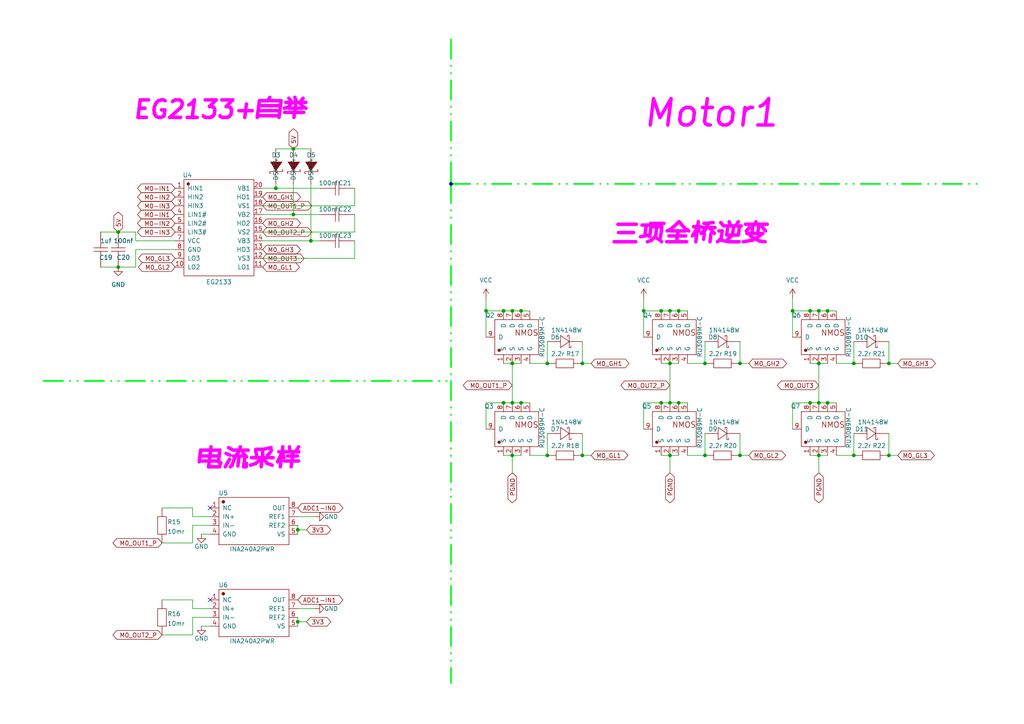
<source format=kicad_sch>
(kicad_sch (version 20250114) (generator "eeschema") (generator_version "9.0")
  (paper "A4")
  (title_block (title "Drive1") (date "2025-01-24") (rev "Dennis_Re_Yoonjiho"))
  (lib_symbols
    (symbol "Ts_Foc_Vo符号库:1N4148W" (pin_numbers (hide yes)) (pin_names (offset 1.016) (hide yes))
      (property "Reference" "D" (at -5.08 1.524 0))
      (property "Value" "1N4148W" (at 1.016 3.048 0))
      (symbol "1N4148W_1_1"
        (polyline (pts (xy -2.54 0) (xy -1.27 0)) (stroke (width 0.1524)))
        (polyline (pts (xy -1.27 -1.778) (xy 1.27 0) (xy -1.27 1.778) (xy -1.27 -1.778)) (stroke (width 0.1524)))
        (polyline (pts (xy 1.27 0) (xy 2.54 0)) (stroke (width 0.1524)))
        (polyline (pts (xy 1.778 -1.27) (xy 1.778 -1.778) (xy 1.27 -1.778) (xy 1.27 1.778) (xy 0.762 1.778) (xy 0.762 1.27)) (stroke (width 0.1524)))
        (pin input line (at -5.08 0 0) (length 2.54) (name "A") (number "1"))
        (pin input line (at 5.08 0 180) (length 2.54) (name "K") (number "2"))
      )
    )
    (symbol "Ts_Foc_Vo符号库:CAP" (pin_numbers (hide yes)) (pin_names (offset 1.016) (hide yes))
      (property "Reference" "C" (at -2.286 1.524 0))
      (property "Value" "Value" (at 3.81 1.524 0))
      (symbol "CAP_1_1"
        (polyline (pts (xy -0.508 0) (xy -2.54 0)) (stroke (width 0.1524)))
        (polyline (pts (xy -0.508 -2.032) (xy -0.508 2.032)) (stroke (width 0.1524)))
        (polyline (pts (xy 0.508 2.032) (xy 0.508 -2.032)) (stroke (width 0.1524)))
        (polyline (pts (xy 2.54 0) (xy 0.508 0)) (stroke (width 0.1524)))
        (pin input line (at -5.08 0 0) (length 2.54) (name "1") (number "1"))
        (pin input line (at 5.08 0 180) (length 2.54) (name "2") (number "2"))
      )
    )
    (symbol "Ts_Foc_Vo符号库:DSK34" (pin_numbers (hide yes)) (pin_names (offset 1.016) (hide yes))
      (property "Reference" "D" (at -4.064 1.778 0))
      (property "Value" "DSK34" (at 3.048 2.54 0))
      (symbol "DSK34_1_1"
        (polyline (pts (xy -2.032 1.524) (xy -2.032 1.778) (xy -1.524 1.778) (xy -1.524 -2.032) (xy -1.016 -2.032) (xy -1.016 -1.778)) (stroke (width 0.1524)))
        (polyline (pts (xy 1.27 1.524) (xy -1.27 0) (xy 1.27 -1.778) (xy 1.27 1.524)) (stroke (width 0.1524)) (fill (type outline)))
        (pin input line (at -5.08 0 0) (length 3.81) (name "K") (number "1"))
        (pin input line (at 5.08 0 180) (length 3.81) (name "A") (number "2"))
      )
    )
    (symbol "Ts_Foc_Vo符号库:EG2133" (pin_names (offset 1.016))
      (property "Reference" "U" (at -9.652 14.986 0))
      (property "Value" "EG2133" (at 1.524 15.494 0))
      (symbol "EG2133_1_1"
        (rectangle (start -10.16 13.97) (end 10.16 -13.97) (stroke (width 0.1524)))
        (circle (center -8.89 12.7) (radius 0.381) (stroke (width 0.1524)) (fill (type outline)))
        (pin input line (at -12.7 11.43 0) (length 2.54) (name "HIN1") (number "1"))
        (pin input line (at -12.7 8.89 0) (length 2.54) (name "HIN2") (number "2"))
        (pin input line (at -12.7 6.35 0) (length 2.54) (name "HIN3") (number "3"))
        (pin input line (at -12.7 3.81 0) (length 2.54) (name "LIN1#") (number "4"))
        (pin input line (at -12.7 1.27 0) (length 2.54) (name "LIN2#") (number "5"))
        (pin input line (at -12.7 -1.27 0) (length 2.54) (name "LIN3#") (number "6"))
        (pin input line (at -12.7 -3.81 0) (length 2.54) (name "VCC") (number "7"))
        (pin input line (at -12.7 -6.35 0) (length 2.54) (name "GND") (number "8"))
        (pin input line (at -12.7 -8.89 0) (length 2.54) (name "LO3") (number "9"))
        (pin input line (at -12.7 -11.43 0) (length 2.54) (name "LO2") (number "10"))
        (pin input line (at 12.7 11.43 180) (length 2.54) (name "VB1") (number "20"))
        (pin input line (at 12.7 8.89 180) (length 2.54) (name "HO1") (number "19"))
        (pin input line (at 12.7 6.35 180) (length 2.54) (name "VS1") (number "18"))
        (pin input line (at 12.7 3.81 180) (length 2.54) (name "VB2") (number "17"))
        (pin input line (at 12.7 1.27 180) (length 2.54) (name "HO2") (number "16"))
        (pin input line (at 12.7 -1.27 180) (length 2.54) (name "VS2") (number "15"))
        (pin input line (at 12.7 -3.81 180) (length 2.54) (name "VB3") (number "14"))
        (pin input line (at 12.7 -6.35 180) (length 2.54) (name "HO3") (number "13"))
        (pin input line (at 12.7 -8.89 180) (length 2.54) (name "VS3") (number "12"))
        (pin input line (at 12.7 -11.43 180) (length 2.54) (name "LO1") (number "11"))
      )
    )
    (symbol "Ts_Foc_Vo符号库:INA240A2PWR" (pin_names (offset 1.016))
      (property "Reference" "U" (at -9.906 8.128 0))
      (property "Value" "INA240A2PWR" (at 0.762 8.128 0))
      (symbol "INA240A2PWR_1_1"
        (rectangle (start -10.16 6.858) (end 10.16 -6.858) (stroke (width 0.1524)))
        (circle (center -8.89 5.588) (radius 0.381) (stroke (width 0.1524)) (fill (type outline)))
        (circle (center -8.89 5.588) (radius 0.381) (stroke (width 0.1524)) (fill (type outline)))
        (pin input line (at -12.7 3.81 0) (length 2.54) (name "NC") (number "1"))
        (pin input line (at -12.7 1.27 0) (length 2.54) (name "IN+") (number "2"))
        (pin input line (at -12.7 -1.27 0) (length 2.54) (name "IN-") (number "3"))
        (pin input line (at -12.7 -3.81 0) (length 2.54) (name "GND") (number "4"))
        (pin input line (at 12.7 3.81 180) (length 2.54) (name "OUT") (number "8"))
        (pin input line (at 12.7 1.27 180) (length 2.54) (name "REF1") (number "7"))
        (pin input line (at 12.7 -1.27 180) (length 2.54) (name "REF2") (number "6"))
        (pin input line (at 12.7 -3.81 180) (length 2.54) (name "VS") (number "5"))
      )
    )
    (symbol "Ts_Foc_Vo符号库:RES" (pin_numbers (hide yes)) (pin_names (offset 1.016) (hide yes))
      (property "Reference" "R" (at -2.286 2.032 0))
      (property "Value" "Value" (at 2.286 2.032 0))
      (symbol "RES_1_1"
        (rectangle (start -2.54 1.27) (end 2.54 -1.27) (stroke (width 0.1524)))
        (pin input line (at -5.08 0 0) (length 2.54) (name "1") (number "1"))
        (pin input line (at 5.08 0 180) (length 2.54) (name "2") (number "2"))
      )
    )
    (symbol "Ts_Foc_Vo符号库:RU3089M-C" (pin_names (offset 1.016))
      (property "Reference" "Q" (at -4.572 6.096 0))
      (property "Value" "RU3089M-C" (at 0.254 -8.89 0))
      (symbol "RU3089M-C_1_1"
        (rectangle (start -5.08 5.08) (end 5.08 -7.62) (stroke (width 0.1524)))
        (circle (center -3.81 3.81) (radius 0.381) (stroke (width 0.1524)) (fill (type outline)))
        (text "NMOS" (at 1.27 -7.62 900) (effects (font (size 1.6256 1.6256)) (justify left)))
        (pin input line (at -7.62 2.54 0) (length 2.54) (name "S") (number "1"))
        (pin input line (at -7.62 0 0) (length 2.54) (name "S") (number "2"))
        (pin input line (at -7.62 -2.54 0) (length 2.54) (name "S") (number "3"))
        (pin input line (at -7.62 -5.08 0) (length 2.54) (name "G") (number "4"))
        (pin input line (at 0 7.62 270) (length 2.54) (name "D") (number "9"))
        (pin input line (at 7.62 2.54 180) (length 2.54) (name "D") (number "8"))
        (pin input line (at 7.62 0 180) (length 2.54) (name "D") (number "7"))
        (pin input line (at 7.62 -2.54 180) (length 2.54) (name "D") (number "6"))
        (pin input line (at 7.62 -5.08 180) (length 2.54) (name "D") (number "5"))
      )
    )
    (symbol "power:GND" (power) (pin_numbers (hide yes)) (pin_names (offset 0) (hide yes))
      (property "Value" "GND" (at 0 -3.81 0))
      (symbol "GND_0_1"
        (polyline (pts (xy 0 0) (xy 0 -1.27) (xy 1.27 -1.27) (xy 0 -2.54) (xy -1.27 -1.27) (xy 0 -1.27)))
      )
      (symbol "GND_1_1"
        (pin power_in line (at 0 0 270) (length 0) (name "~") (number "1"))
      )
    )
    (symbol "power:VCC" (power) (pin_numbers (hide yes)) (pin_names (offset 0) (hide yes))
      (property "Value" "VCC" (at 0 3.556 0))
      (symbol "VCC_0_1"
        (polyline (pts (xy -0.762 1.27) (xy 0 2.54)))
        (polyline (pts (xy 0 2.54) (xy 0.762 1.27)))
        (polyline (pts (xy 0 0) (xy 0 2.54)))
      )
      (symbol "VCC_1_1"
        (pin power_in line (at 0 0 90) (length 0) (name "~") (number "1"))
      )
    )
  )
  (text "电流采样" (exclude_from_sim yes) (at 72.136 133.35 0) (effects (font (size 5.08 5.08) (thickness 1.016) (bold yes) (italic yes))))
  (text "Motor1\n" (exclude_from_sim yes) (at 206.248 33.02 0) (effects (font (size 7.62 7.62) (thickness 1.016) (bold yes) (italic yes))))
  (text "三项全桥逆变" (exclude_from_sim yes) (at 200.152 68.072 0) (effects (font (size 5.08 5.08) (thickness 1.016) (bold yes) (italic yes))))
  (text "EG2133+自举" (exclude_from_sim yes) (at 64.008 32.004 0) (effects (font (size 5.08 5.08) (thickness 1.016) (bold yes) (italic yes))))
  (junction (at 229.87 90.17))
  (junction (at 146.05 116.84))
  (junction (at 34.29 67.31))
  (junction (at 234.95 116.84))
  (junction (at 86.36 153.67))
  (junction (at 240.03 116.84))
  (junction (at 194.31 105.41))
  (junction (at 191.77 116.84))
  (junction (at 257.81 105.41))
  (junction (at 214.63 132.08))
  (junction (at 247.65 132.08))
  (junction (at 194.31 132.08))
  (junction (at 90.17 69.85))
  (junction (at 257.81 132.08))
  (junction (at 80.01 54.61))
  (junction (at 146.05 90.17))
  (junction (at 86.36 180.34))
  (junction (at 148.59 105.41))
  (junction (at 85.09 43.18))
  (junction (at 130.81 53.34))
  (junction (at 148.59 90.17))
  (junction (at 130.81 110.49) (diameter 0.127) (color 0 255 25 1))
  (junction (at 151.13 116.84))
  (junction (at 34.29 77.47))
  (junction (at 151.13 90.17))
  (junction (at 237.49 132.08))
  (junction (at 214.63 105.41))
  (junction (at 196.85 116.84))
  (junction (at 186.69 90.17))
  (junction (at 194.31 116.84))
  (junction (at 168.91 105.41))
  (junction (at 168.91 132.08))
  (junction (at 237.49 116.84))
  (junction (at 140.97 90.17))
  (junction (at 148.59 132.08))
  (junction (at 240.03 90.17))
  (junction (at 194.31 90.17))
  (junction (at 85.09 62.23))
  (junction (at 148.59 116.84))
  (junction (at 204.47 105.41))
  (junction (at 234.95 90.17))
  (junction (at 247.65 105.41))
  (junction (at 158.75 132.08))
  (junction (at 191.77 90.17))
  (junction (at 237.49 105.41))
  (junction (at 158.75 105.41))
  (junction (at 237.49 90.17))
  (junction (at 196.85 90.17))
  (junction (at 204.47 132.08))
  (no_connect (at 60.96 147.32))
  (no_connect (at 60.96 173.99))
  (wire (pts (xy 242.57 132.08) (xy 247.65 132.08)))
  (wire (pts (xy 80.01 54.61) (xy 92.71 54.61)))
  (wire (pts (xy 240.03 90.17) (xy 242.57 90.17)))
  (bus (pts (xy 130.81 110.49) (xy 130.81 198.12)) (stroke (width 0.508) (type dash_dot_dot) (color 0 255 25 1)))
  (wire (pts (xy 102.87 74.93) (xy 76.2 74.93)))
  (wire (pts (xy 60.96 149.86) (xy 55.88 149.86)))
  (wire (pts (xy 237.49 137.16) (xy 237.49 132.08)))
  (wire (pts (xy 102.87 67.31) (xy 76.2 67.31)))
  (wire (pts (xy 140.97 90.17) (xy 140.97 97.79)))
  (wire (pts (xy 229.87 90.17) (xy 229.87 97.79)))
  (wire (pts (xy 46.99 184.15) (xy 55.88 184.15)))
  (wire (pts (xy 168.91 125.73) (xy 168.91 132.08)))
  (wire (pts (xy 257.81 105.41) (xy 260.35 105.41)))
  (wire (pts (xy 158.75 125.73) (xy 158.75 132.08)))
  (wire (pts (xy 146.05 90.17) (xy 140.97 90.17)))
  (wire (pts (xy 90.17 69.85) (xy 92.71 69.85)))
  (wire (pts (xy 214.63 125.73) (xy 214.63 132.08)))
  (wire (pts (xy 237.49 116.84) (xy 240.03 116.84)))
  (wire (pts (xy 34.29 67.31) (xy 39.37 67.31)))
  (wire (pts (xy 146.05 105.41) (xy 148.59 105.41)))
  (wire (pts (xy 199.39 132.08) (xy 204.47 132.08)))
  (wire (pts (xy 186.69 124.46) (xy 186.69 116.84)))
  (wire (pts (xy 240.03 116.84) (xy 242.57 116.84)))
  (wire (pts (xy 76.2 69.85) (xy 90.17 69.85)))
  (wire (pts (xy 146.05 116.84) (xy 148.59 116.84)))
  (wire (pts (xy 146.05 132.08) (xy 148.59 132.08)))
  (wire (pts (xy 196.85 116.84) (xy 199.39 116.84)))
  (wire (pts (xy 194.31 116.84) (xy 196.85 116.84)))
  (wire (pts (xy 148.59 105.41) (xy 148.59 116.84)))
  (wire (pts (xy 234.95 116.84) (xy 237.49 116.84)))
  (wire (pts (xy 229.87 116.84) (xy 234.95 116.84)))
  (wire (pts (xy 247.65 99.06) (xy 247.65 105.41)))
  (wire (pts (xy 55.88 149.86) (xy 55.88 147.32)))
  (wire (pts (xy 148.59 116.84) (xy 151.13 116.84)))
  (wire (pts (xy 85.09 62.23) (xy 92.71 62.23)))
  (wire (pts (xy 194.31 132.08) (xy 196.85 132.08)))
  (wire (pts (xy 186.69 90.17) (xy 186.69 97.79)))
  (wire (pts (xy 86.36 179.07) (xy 86.36 180.34)))
  (wire (pts (xy 257.81 125.73) (xy 257.81 132.08)))
  (wire (pts (xy 80.01 53.34) (xy 80.01 54.61)))
  (wire (pts (xy 191.77 116.84) (xy 194.31 116.84)))
  (wire (pts (xy 148.59 90.17) (xy 151.13 90.17)))
  (bus (pts (xy 12.7 110.49) (xy 130.81 110.49)) (stroke (width 0.508) (type dash_dot_dot) (color 0 255 25 1)))
  (wire (pts (xy 60.96 176.53) (xy 55.88 176.53)))
  (wire (pts (xy 46.99 157.48) (xy 55.88 157.48)))
  (wire (pts (xy 91.44 176.53) (xy 86.36 176.53)))
  (wire (pts (xy 237.49 90.17) (xy 240.03 90.17)))
  (wire (pts (xy 85.09 43.18) (xy 90.17 43.18)))
  (wire (pts (xy 194.31 105.41) (xy 194.31 116.84)))
  (wire (pts (xy 148.59 105.41) (xy 151.13 105.41)))
  (wire (pts (xy 55.88 184.15) (xy 55.88 179.07)))
  (wire (pts (xy 39.37 72.39) (xy 39.37 77.47)))
  (bus (pts (xy 130.81 11.43) (xy 130.81 53.34)) (stroke (width 0.508) (type dash_dot_dot) (color 0 255 25 1)))
  (wire (pts (xy 191.77 90.17) (xy 194.31 90.17)))
  (wire (pts (xy 191.77 105.41) (xy 194.31 105.41)))
  (wire (pts (xy 76.2 62.23) (xy 85.09 62.23)))
  (wire (pts (xy 90.17 53.34) (xy 90.17 69.85)))
  (wire (pts (xy 199.39 105.41) (xy 204.47 105.41)))
  (wire (pts (xy 234.95 132.08) (xy 237.49 132.08)))
  (wire (pts (xy 214.63 132.08) (xy 217.17 132.08)))
  (wire (pts (xy 86.36 152.4) (xy 86.36 153.67)))
  (wire (pts (xy 158.75 99.06) (xy 158.75 105.41)))
  (wire (pts (xy 214.63 105.41) (xy 217.17 105.41)))
  (wire (pts (xy 39.37 67.31) (xy 39.37 69.85)))
  (wire (pts (xy 186.69 86.36) (xy 186.69 90.17)))
  (wire (pts (xy 55.88 152.4) (xy 60.96 152.4)))
  (wire (pts (xy 151.13 90.17) (xy 153.67 90.17)))
  (wire (pts (xy 194.31 137.16) (xy 194.31 132.08)))
  (wire (pts (xy 140.97 86.36) (xy 140.97 90.17)))
  (bus (pts (xy 130.81 53.34) (xy 130.81 110.49)) (stroke (width 0.508) (type dash_dot_dot) (color 0 255 25 1)))
  (wire (pts (xy 234.95 105.41) (xy 237.49 105.41)))
  (wire (pts (xy 29.21 77.47) (xy 34.29 77.47)))
  (wire (pts (xy 86.36 153.67) (xy 86.36 154.94)))
  (wire (pts (xy 76.2 54.61) (xy 80.01 54.61)))
  (wire (pts (xy 80.01 43.18) (xy 85.09 43.18)))
  (wire (pts (xy 194.31 90.17) (xy 196.85 90.17)))
  (bus (pts (xy 130.81 53.34) (xy 284.48 53.34)) (stroke (width 0.508) (type dash_dot_dot) (color 0 255 25 1)))
  (wire (pts (xy 186.69 116.84) (xy 191.77 116.84)))
  (wire (pts (xy 153.67 105.41) (xy 158.75 105.41)))
  (wire (pts (xy 196.85 90.17) (xy 199.39 90.17)))
  (wire (pts (xy 140.97 116.84) (xy 146.05 116.84)))
  (wire (pts (xy 247.65 125.73) (xy 247.65 132.08)))
  (wire (pts (xy 102.87 62.23) (xy 102.87 67.31)))
  (wire (pts (xy 168.91 132.08) (xy 171.45 132.08)))
  (wire (pts (xy 191.77 132.08) (xy 194.31 132.08)))
  (wire (pts (xy 214.63 99.06) (xy 214.63 105.41)))
  (wire (pts (xy 234.95 90.17) (xy 229.87 90.17)))
  (wire (pts (xy 102.87 59.69) (xy 76.2 59.69)))
  (wire (pts (xy 194.31 105.41) (xy 196.85 105.41)))
  (wire (pts (xy 140.97 124.46) (xy 140.97 116.84)))
  (wire (pts (xy 229.87 124.46) (xy 229.87 116.84)))
  (wire (pts (xy 91.44 149.86) (xy 86.36 149.86)))
  (wire (pts (xy 168.91 99.06) (xy 168.91 105.41)))
  (wire (pts (xy 229.87 86.36) (xy 229.87 90.17)))
  (wire (pts (xy 55.88 157.48) (xy 55.88 152.4)))
  (wire (pts (xy 39.37 77.47) (xy 34.29 77.47)))
  (wire (pts (xy 88.9 180.34) (xy 86.36 180.34)))
  (wire (pts (xy 55.88 176.53) (xy 55.88 173.99)))
  (wire (pts (xy 204.47 125.73) (xy 204.47 132.08)))
  (wire (pts (xy 86.36 180.34) (xy 86.36 181.61)))
  (wire (pts (xy 50.8 72.39) (xy 39.37 72.39)))
  (wire (pts (xy 146.05 90.17) (xy 148.59 90.17)))
  (wire (pts (xy 29.21 67.31) (xy 34.29 67.31)))
  (wire (pts (xy 102.87 54.61) (xy 102.87 59.69)))
  (wire (pts (xy 234.95 90.17) (xy 237.49 90.17)))
  (wire (pts (xy 242.57 105.41) (xy 247.65 105.41)))
  (wire (pts (xy 237.49 105.41) (xy 240.03 105.41)))
  (wire (pts (xy 237.49 105.41) (xy 237.49 116.84)))
  (wire (pts (xy 85.09 53.34) (xy 85.09 62.23)))
  (wire (pts (xy 55.88 147.32) (xy 46.99 147.32)))
  (wire (pts (xy 257.81 99.06) (xy 257.81 105.41)))
  (wire (pts (xy 148.59 137.16) (xy 148.59 132.08)))
  (wire (pts (xy 191.77 90.17) (xy 186.69 90.17)))
  (wire (pts (xy 151.13 116.84) (xy 153.67 116.84)))
  (wire (pts (xy 148.59 132.08) (xy 151.13 132.08)))
  (wire (pts (xy 55.88 179.07) (xy 60.96 179.07)))
  (wire (pts (xy 88.9 153.67) (xy 86.36 153.67)))
  (wire (pts (xy 168.91 105.41) (xy 171.45 105.41)))
  (wire (pts (xy 102.87 69.85) (xy 102.87 74.93)))
  (wire (pts (xy 58.42 181.61) (xy 60.96 181.61)))
  (wire (pts (xy 58.42 154.94) (xy 60.96 154.94)))
  (wire (pts (xy 204.47 99.06) (xy 204.47 105.41)))
  (wire (pts (xy 55.88 173.99) (xy 46.99 173.99)))
  (wire (pts (xy 39.37 69.85) (xy 50.8 69.85)))
  (wire (pts (xy 257.81 132.08) (xy 260.35 132.08)))
  (wire (pts (xy 237.49 132.08) (xy 240.03 132.08)))
  (wire (pts (xy 153.67 132.08) (xy 158.75 132.08)))
  (global_label "M0_GH3" (shape bidirectional) (at 260.35 105.41 0) (property "Intersheetrefs" "${INTERSHEET_REFS}" (effects (hide yes))))
  (global_label "M0_GH1" (shape bidirectional) (at 171.45 105.41 0) (property "Intersheetrefs" "${INTERSHEET_REFS}" (effects (hide yes))))
  (global_label "M0_OUT1_P" (shape bidirectional) (at 76.2 59.69 0) (property "Intersheetrefs" "${INTERSHEET_REFS}" (effects (hide yes))))
  (global_label "M0_OUT3" (shape bidirectional) (at 76.2 74.93 0) (property "Intersheetrefs" "${INTERSHEET_REFS}" (effects (hide yes))))
  (global_label "M0-IN3" (shape bidirectional) (at 50.8 67.31 180) (property "Intersheetrefs" "${INTERSHEET_REFS}" (effects (hide yes))))
  (global_label "M0_OUT1_P" (shape bidirectional) (at 46.99 157.48 180) (property "Intersheetrefs" "${INTERSHEET_REFS}" (effects (hide yes))))
  (global_label "5V" (shape bidirectional) (at 34.29 67.31 90) (property "Intersheetrefs" "${INTERSHEET_REFS}" (effects (hide yes))))
  (global_label "ADC1-IN0" (shape bidirectional) (at 86.36 147.32 0) (property "Intersheetrefs" "${INTERSHEET_REFS}" (effects (hide yes))))
  (global_label "M0_GL1" (shape bidirectional) (at 76.2 77.47 0) (property "Intersheetrefs" "${INTERSHEET_REFS}" (effects (hide yes))))
  (global_label "M0_GH3" (shape bidirectional) (at 76.2 72.39 0) (property "Intersheetrefs" "${INTERSHEET_REFS}" (effects (hide yes))))
  (global_label "M0_OUT2_P" (shape bidirectional) (at 194.31 111.76 180) (property "Intersheetrefs" "${INTERSHEET_REFS}" (effects (hide yes))))
  (global_label "3V3" (shape bidirectional) (at 88.9 153.67 0) (property "Intersheetrefs" "${INTERSHEET_REFS}" (effects (hide yes))))
  (global_label "M0_GL3" (shape bidirectional) (at 50.8 74.93 180) (property "Intersheetrefs" "${INTERSHEET_REFS}" (effects (hide yes))))
  (global_label "M0_GH2" (shape bidirectional) (at 217.17 105.41 0) (property "Intersheetrefs" "${INTERSHEET_REFS}" (effects (hide yes))))
  (global_label "ADC1-IN1" (shape bidirectional) (at 86.36 173.99 0) (property "Intersheetrefs" "${INTERSHEET_REFS}" (effects (hide yes))))
  (global_label "M0_GH1" (shape bidirectional) (at 76.2 57.15 0) (property "Intersheetrefs" "${INTERSHEET_REFS}" (effects (hide yes))))
  (global_label "PGND" (shape bidirectional) (at 237.49 137.16 270) (property "Intersheetrefs" "${INTERSHEET_REFS}" (effects (hide yes))))
  (global_label "M0-IN2" (shape bidirectional) (at 50.8 57.15 180) (property "Intersheetrefs" "${INTERSHEET_REFS}" (effects (hide yes))))
  (global_label "M0_GL3" (shape bidirectional) (at 260.35 132.08 0) (property "Intersheetrefs" "${INTERSHEET_REFS}" (effects (hide yes))))
  (global_label "M0_GH2" (shape bidirectional) (at 76.2 64.77 0) (property "Intersheetrefs" "${INTERSHEET_REFS}" (effects (hide yes))))
  (global_label "M0_OUT3" (shape bidirectional) (at 237.49 111.76 180) (property "Intersheetrefs" "${INTERSHEET_REFS}" (effects (hide yes))))
  (global_label "M0_OUT2_P" (shape bidirectional) (at 76.2 67.31 0) (property "Intersheetrefs" "${INTERSHEET_REFS}" (effects (hide yes))))
  (global_label "3V3" (shape bidirectional) (at 88.9 180.34 0) (property "Intersheetrefs" "${INTERSHEET_REFS}" (effects (hide yes))))
  (global_label "PGND" (shape bidirectional) (at 148.59 137.16 270) (property "Intersheetrefs" "${INTERSHEET_REFS}" (effects (hide yes))))
  (global_label "M0-IN2" (shape bidirectional) (at 50.8 64.77 180) (property "Intersheetrefs" "${INTERSHEET_REFS}" (effects (hide yes))))
  (global_label "M0-IN1" (shape bidirectional) (at 50.8 62.23 180) (property "Intersheetrefs" "${INTERSHEET_REFS}" (effects (hide yes))))
  (global_label "M0_GL1" (shape bidirectional) (at 171.45 132.08 0) (property "Intersheetrefs" "${INTERSHEET_REFS}" (effects (hide yes))))
  (global_label "M0-IN3" (shape bidirectional) (at 50.8 59.69 180) (property "Intersheetrefs" "${INTERSHEET_REFS}" (effects (hide yes))))
  (global_label "M0-IN1" (shape bidirectional) (at 50.8 54.61 180) (property "Intersheetrefs" "${INTERSHEET_REFS}" (effects (hide yes))))
  (global_label "M0_GL2" (shape bidirectional) (at 50.8 77.47 180) (property "Intersheetrefs" "${INTERSHEET_REFS}" (effects (hide yes))))
  (global_label "5V" (shape bidirectional) (at 85.09 43.18 90) (property "Intersheetrefs" "${INTERSHEET_REFS}" (effects (hide yes))))
  (global_label "M0_OUT2_P" (shape bidirectional) (at 46.99 184.15 180) (property "Intersheetrefs" "${INTERSHEET_REFS}" (effects (hide yes))))
  (global_label "PGND" (shape bidirectional) (at 194.31 137.16 270) (property "Intersheetrefs" "${INTERSHEET_REFS}" (effects (hide yes))))
  (global_label "M0_GL2" (shape bidirectional) (at 217.17 132.08 0) (property "Intersheetrefs" "${INTERSHEET_REFS}" (effects (hide yes))))
  (global_label "M0_OUT1_P" (shape bidirectional) (at 148.59 111.76 180) (property "Intersheetrefs" "${INTERSHEET_REFS}" (effects (hide yes))))
  (symbol (lib_id "Ts_Foc_Vo符号库:CAP") (at 97.79 69.85 180) (unit 1)
    (property "Reference" "C23" (at 100.076 68.326 0))
    (property "Value" "100nf" (at 95.25 68.326 0))
    (property "Footprint" "Ts_Foc_Vo封装库:CAP_0402" (effects (hide yes)))
    (property "Datasheet" "http://www.szlcsc.com/product/details_602003.html" (effects (hide yes)))
    (property "SuppliersPartNumber" "C575438" (effects (hide yes)))
    (property "uuid" "std:0b682b3549a44c2f91624e74dc370f45" (effects (hide yes)))
  )
  (symbol (lib_id "power:VCC") (at 186.69 86.36 0) (unit 1)
    (property "Reference" "#PWR024" (effects (hide yes)))
    (property "Value" "VCC" (at 186.69 81.28 0))
    (property "Description" "Power symbol creates a global label with name \"VCC\"" (effects (hide yes)))
  )
  (symbol (lib_id "Ts_Foc_Vo符号库:CAP") (at 34.29 72.39 90) (unit 1)
    (property "Reference" "C20" (at 35.814 74.676 90))
    (property "Value" "100nf" (at 35.814 69.85 90))
    (property "Footprint" "Ts_Foc_Vo封装库:CAP_0402" (effects (hide yes)))
    (property "Datasheet" "http://www.szlcsc.com/product/details_602003.html" (effects (hide yes)))
    (property "SuppliersPartNumber" "C575438" (effects (hide yes)))
    (property "uuid" "std:0b682b3549a44c2f91624e74dc370f45" (effects (hide yes)))
  )
  (symbol (lib_id "Ts_Foc_Vo符号库:RU3089M-C") (at 148.59 124.46 90) (unit 1)
    (property "Reference" "Q3" (at 140.462 117.856 90) (effects (justify right)))
    (property "Value" "RU3089M-C" (at 157.226 118.11 0) (effects (justify right)))
    (property "Footprint" "Ts_Foc_Vo封装库:RU3089M-C_PQFN-8" (effects (hide yes)))
    (property "Datasheet" "http://www.szlcsc.com/product/details_539374.html" (effects (hide yes)))
    (property "SuppliersPartNumber" "C521551" (effects (hide yes)))
    (property "uuid" "std:eaed6c6dee514a1b9b59ef9944d5e1b5" (effects (hide yes)))
  )
  (symbol (lib_id "Ts_Foc_Vo符号库:RES") (at 163.83 132.08 0) (unit 1)
    (property "Reference" "R18" (at 166.116 129.286 0))
    (property "Value" "2.2r" (at 161.798 129.286 0))
    (property "Footprint" "Ts_Foc_Vo封装库:Res_0402" (effects (hide yes)))
    (property "SuppliersPartNumber" "C5200633" (effects (hide yes)))
    (property "uuid" "std:0c78b8f437b74d4badbc2695159e48f2" (effects (hide yes)))
  )
  (symbol (lib_id "Ts_Foc_Vo符号库:1N4148W") (at 252.73 99.06 0) (unit 1)
    (property "Reference" "D10" (at 249.936 97.79 0))
    (property "Value" "1N4148W" (at 253.238 95.758 0))
    (property "Footprint" "Ts_Foc_Vo封装库:1N4148W_SOD-123" (effects (hide yes)))
    (property "SuppliersPartNumber" "C7420318" (effects (hide yes)))
    (property "uuid" "std:ec7a5fe3cdee49c4ba67c555fdedf9eb" (effects (hide yes)))
  )
  (symbol (lib_id "Ts_Foc_Vo符号库:RES") (at 46.99 179.07 90) (unit 1)
    (property "Reference" "R16" (at 48.514 178.054 90) (effects (justify right)))
    (property "Value" "10mr" (at 48.514 180.848 90) (effects (justify right)))
    (property "Footprint" "Ts_Foc_Vo封装库:Res_1206" (effects (hide yes)))
    (property "SuppliersPartNumber" "C5200633" (effects (hide yes)))
    (property "uuid" "std:0c78b8f437b74d4badbc2695159e48f2" (effects (hide yes)))
  )
  (symbol (lib_id "Ts_Foc_Vo符号库:RES") (at 46.99 152.4 90) (unit 1)
    (property "Reference" "R15" (at 48.514 151.384 90) (effects (justify right)))
    (property "Value" "10mr" (at 48.514 154.178 90) (effects (justify right)))
    (property "Footprint" "Ts_Foc_Vo封装库:Res_1206" (effects (hide yes)))
    (property "SuppliersPartNumber" "C5200633" (effects (hide yes)))
    (property "uuid" "std:0c78b8f437b74d4badbc2695159e48f2" (effects (hide yes)))
  )
  (symbol (lib_id "Ts_Foc_Vo符号库:RES") (at 209.55 132.08 0) (unit 1)
    (property "Reference" "R20" (at 211.836 129.286 0))
    (property "Value" "2.2r" (at 207.518 129.286 0))
    (property "Footprint" "Ts_Foc_Vo封装库:Res_0402" (effects (hide yes)))
    (property "SuppliersPartNumber" "C5200633" (effects (hide yes)))
    (property "uuid" "std:0c78b8f437b74d4badbc2695159e48f2" (effects (hide yes)))
  )
  (symbol (lib_id "power:GND") (at 58.42 154.94 0) (unit 1)
    (property "Reference" "#PWR020" (effects (hide yes)))
    (property "Value" "GND" (at 58.42 158.496 0))
    (property "Description" "Power symbol creates a global label with name \"GND\" , ground" (effects (hide yes)))
  )
  (symbol (lib_id "Ts_Foc_Vo符号库:1N4148W") (at 163.83 125.73 0) (unit 1)
    (property "Reference" "D7" (at 161.036 124.46 0))
    (property "Value" "1N4148W" (at 164.338 122.428 0))
    (property "Footprint" "Ts_Foc_Vo封装库:1N4148W_SOD-123" (effects (hide yes)))
    (property "SuppliersPartNumber" "C7420318" (effects (hide yes)))
    (property "uuid" "std:ec7a5fe3cdee49c4ba67c555fdedf9eb" (effects (hide yes)))
  )
  (symbol (lib_id "Ts_Foc_Vo符号库:RU3089M-C") (at 237.49 97.79 90) (unit 1)
    (property "Reference" "Q6" (at 229.616 91.44 90) (effects (justify right)))
    (property "Value" "RU3089M-C" (at 246.126 91.694 0) (effects (justify right)))
    (property "Footprint" "Ts_Foc_Vo封装库:RU3089M-C_PQFN-8" (effects (hide yes)))
    (property "Datasheet" "http://www.szlcsc.com/product/details_539374.html" (effects (hide yes)))
    (property "SuppliersPartNumber" "C521551" (effects (hide yes)))
    (property "uuid" "std:eaed6c6dee514a1b9b59ef9944d5e1b5" (effects (hide yes)))
  )
  (symbol (lib_id "Ts_Foc_Vo符号库:INA240A2PWR") (at 73.66 177.8 0) (unit 1)
    (property "Reference" "U6" (at 64.77 169.672 0))
    (property "Value" "INA240A2PWR" (at 73.152 185.928 0))
    (property "Footprint" "Ts_Foc_Vo封装库:INA240A2PWR_TSSOP-8" (effects (hide yes)))
    (property "Datasheet" "http://www.szlcsc.com/product/details_141236.html" (effects (hide yes)))
    (property "SuppliersPartNumber" "C129949" (effects (hide yes)))
    (property "uuid" "std:dbcaa12a6f174e2384008bee47427f39" (effects (hide yes)))
  )
  (symbol (lib_id "power:GND") (at 91.44 149.86 90) (unit 1)
    (property "Reference" "#PWR019" (effects (hide yes)))
    (property "Value" "GND" (at 93.98 149.86 90) (effects (justify right)))
    (property "Description" "Power symbol creates a global label with name \"GND\" , ground" (effects (hide yes)))
  )
  (symbol (lib_id "power:VCC") (at 229.87 86.36 0) (unit 1)
    (property "Reference" "#PWR025" (effects (hide yes)))
    (property "Value" "VCC" (at 229.87 81.28 0))
    (property "Description" "Power symbol creates a global label with name \"VCC\"" (effects (hide yes)))
  )
  (symbol (lib_id "Ts_Foc_Vo符号库:1N4148W") (at 209.55 99.06 0) (unit 1)
    (property "Reference" "D8" (at 206.756 97.79 0))
    (property "Value" "1N4148W" (at 210.058 95.758 0))
    (property "Footprint" "Ts_Foc_Vo封装库:1N4148W_SOD-123" (effects (hide yes)))
    (property "SuppliersPartNumber" "C7420318" (effects (hide yes)))
    (property "uuid" "std:ec7a5fe3cdee49c4ba67c555fdedf9eb" (effects (hide yes)))
  )
  (symbol (lib_id "Ts_Foc_Vo符号库:1N4148W") (at 209.55 125.73 0) (unit 1)
    (property "Reference" "D9" (at 206.756 124.46 0))
    (property "Value" "1N4148W" (at 210.058 122.428 0))
    (property "Footprint" "Ts_Foc_Vo封装库:1N4148W_SOD-123" (effects (hide yes)))
    (property "SuppliersPartNumber" "C7420318" (effects (hide yes)))
    (property "uuid" "std:ec7a5fe3cdee49c4ba67c555fdedf9eb" (effects (hide yes)))
  )
  (symbol (lib_id "Ts_Foc_Vo符号库:DSK34") (at 85.09 48.26 90) (unit 1)
    (property "Reference" "D4" (at 83.82 44.958 90) (effects (justify right)))
    (property "Value" "DSK34" (at 85.09 45.974 0) (effects (justify right)))
    (property "Footprint" "Ts_Foc_Vo封装库:DSK_34_SOD-123" (effects (hide yes)))
    (property "Datasheet" "http://www.szlcsc.com/product/details_42013.html" (effects (hide yes)))
    (property "SuppliersPartNumber" "C41029" (effects (hide yes)))
    (property "uuid" "std:903b54571892a6e30fa8884d00bf870c" (effects (hide yes)))
  )
  (symbol (lib_id "Ts_Foc_Vo符号库:1N4148W") (at 163.83 99.06 0) (unit 1)
    (property "Reference" "D6" (at 161.036 97.79 0))
    (property "Value" "1N4148W" (at 164.338 95.758 0))
    (property "Footprint" "Ts_Foc_Vo封装库:1N4148W_SOD-123" (effects (hide yes)))
    (property "SuppliersPartNumber" "C7420318" (effects (hide yes)))
    (property "uuid" "std:ec7a5fe3cdee49c4ba67c555fdedf9eb" (effects (hide yes)))
  )
  (symbol (lib_id "Ts_Foc_Vo符号库:CAP") (at 97.79 62.23 180) (unit 1)
    (property "Reference" "C22" (at 100.076 60.706 0))
    (property "Value" "100nf" (at 95.25 60.706 0))
    (property "Footprint" "Ts_Foc_Vo封装库:CAP_0402" (effects (hide yes)))
    (property "Datasheet" "http://www.szlcsc.com/product/details_602003.html" (effects (hide yes)))
    (property "SuppliersPartNumber" "C575438" (effects (hide yes)))
    (property "uuid" "std:0b682b3549a44c2f91624e74dc370f45" (effects (hide yes)))
  )
  (symbol (lib_id "power:GND") (at 91.44 176.53 90) (unit 1)
    (property "Reference" "#PWR022" (effects (hide yes)))
    (property "Value" "GND" (at 93.98 176.53 90) (effects (justify right)))
    (property "Description" "Power symbol creates a global label with name \"GND\" , ground" (effects (hide yes)))
  )
  (symbol (lib_id "Ts_Foc_Vo符号库:RES") (at 163.83 105.41 0) (unit 1)
    (property "Reference" "R17" (at 166.116 102.616 0))
    (property "Value" "2.2r" (at 161.798 102.616 0))
    (property "Footprint" "Ts_Foc_Vo封装库:Res_0402" (effects (hide yes)))
    (property "SuppliersPartNumber" "C5200633" (effects (hide yes)))
    (property "uuid" "std:0c78b8f437b74d4badbc2695159e48f2" (effects (hide yes)))
  )
  (symbol (lib_id "Ts_Foc_Vo符号库:1N4148W") (at 252.73 125.73 0) (unit 1)
    (property "Reference" "D11" (at 249.936 124.46 0))
    (property "Value" "1N4148W" (at 253.238 122.428 0))
    (property "Footprint" "Ts_Foc_Vo封装库:1N4148W_SOD-123" (effects (hide yes)))
    (property "SuppliersPartNumber" "C7420318" (effects (hide yes)))
    (property "uuid" "std:ec7a5fe3cdee49c4ba67c555fdedf9eb" (effects (hide yes)))
  )
  (symbol (lib_id "Ts_Foc_Vo符号库:RU3089M-C") (at 148.59 97.79 90) (unit 1)
    (property "Reference" "Q2" (at 140.716 91.44 90) (effects (justify right)))
    (property "Value" "RU3089M-C" (at 157.226 91.694 0) (effects (justify right)))
    (property "Footprint" "Ts_Foc_Vo封装库:RU3089M-C_PQFN-8" (effects (hide yes)))
    (property "Datasheet" "http://www.szlcsc.com/product/details_539374.html" (effects (hide yes)))
    (property "SuppliersPartNumber" "C521551" (effects (hide yes)))
    (property "uuid" "std:eaed6c6dee514a1b9b59ef9944d5e1b5" (effects (hide yes)))
  )
  (symbol (lib_id "Ts_Foc_Vo符号库:CAP") (at 97.79 54.61 180) (unit 1)
    (property "Reference" "C21" (at 100.076 53.086 0))
    (property "Value" "100nf" (at 95.25 53.086 0))
    (property "Footprint" "Ts_Foc_Vo封装库:CAP_0402" (effects (hide yes)))
    (property "Datasheet" "http://www.szlcsc.com/product/details_602003.html" (effects (hide yes)))
    (property "SuppliersPartNumber" "C575438" (effects (hide yes)))
    (property "uuid" "std:0b682b3549a44c2f91624e74dc370f45" (effects (hide yes)))
  )
  (symbol (lib_id "power:VCC") (at 140.97 86.36 0) (unit 1)
    (property "Reference" "#PWR023" (effects (hide yes)))
    (property "Value" "VCC" (at 140.97 81.28 0))
    (property "Description" "Power symbol creates a global label with name \"VCC\"" (effects (hide yes)))
  )
  (symbol (lib_id "power:GND") (at 58.42 181.61 0) (unit 1)
    (property "Reference" "#PWR021" (effects (hide yes)))
    (property "Value" "GND" (at 58.42 185.166 0))
    (property "Description" "Power symbol creates a global label with name \"GND\" , ground" (effects (hide yes)))
  )
  (symbol (lib_id "Ts_Foc_Vo符号库:DSK34") (at 90.17 48.26 90) (unit 1)
    (property "Reference" "D5" (at 88.9 44.958 90) (effects (justify right)))
    (property "Value" "DSK34" (at 90.17 45.974 0) (effects (justify right)))
    (property "Footprint" "Ts_Foc_Vo封装库:DSK_34_SOD-123" (effects (hide yes)))
    (property "Datasheet" "http://www.szlcsc.com/product/details_42013.html" (effects (hide yes)))
    (property "SuppliersPartNumber" "C41029" (effects (hide yes)))
    (property "uuid" "std:903b54571892a6e30fa8884d00bf870c" (effects (hide yes)))
  )
  (symbol (lib_id "Ts_Foc_Vo符号库:INA240A2PWR") (at 73.66 151.13 0) (unit 1)
    (property "Reference" "U5" (at 64.77 143.002 0))
    (property "Value" "INA240A2PWR" (at 73.152 159.258 0))
    (property "Footprint" "Ts_Foc_Vo封装库:INA240A2PWR_TSSOP-8" (effects (hide yes)))
    (property "Datasheet" "http://www.szlcsc.com/product/details_141236.html" (effects (hide yes)))
    (property "SuppliersPartNumber" "C129949" (effects (hide yes)))
    (property "uuid" "std:dbcaa12a6f174e2384008bee47427f39" (effects (hide yes)))
  )
  (symbol (lib_id "Ts_Foc_Vo符号库:RES") (at 252.73 105.41 0) (unit 1)
    (property "Reference" "R21" (at 255.016 102.616 0))
    (property "Value" "2.2r" (at 250.698 102.616 0))
    (property "Footprint" "Ts_Foc_Vo封装库:Res_0402" (effects (hide yes)))
    (property "SuppliersPartNumber" "C5200633" (effects (hide yes)))
    (property "uuid" "std:0c78b8f437b74d4badbc2695159e48f2" (effects (hide yes)))
  )
  (symbol (lib_id "Ts_Foc_Vo符号库:DSK34") (at 80.01 48.26 90) (unit 1)
    (property "Reference" "D3" (at 78.74 44.958 90) (effects (justify right)))
    (property "Value" "DSK34" (at 80.01 45.974 0) (effects (justify right)))
    (property "Footprint" "Ts_Foc_Vo封装库:DSK_34_SOD-123" (effects (hide yes)))
    (property "Datasheet" "http://www.szlcsc.com/product/details_42013.html" (effects (hide yes)))
    (property "SuppliersPartNumber" "C41029" (effects (hide yes)))
    (property "uuid" "std:903b54571892a6e30fa8884d00bf870c" (effects (hide yes)))
  )
  (symbol (lib_id "power:GND") (at 34.29 77.47 0) (unit 1)
    (property "Reference" "#PWR018" (effects (hide yes)))
    (property "Value" "GND" (at 34.29 82.55 0))
    (property "Description" "Power symbol creates a global label with name \"GND\" , ground" (effects (hide yes)))
  )
  (symbol (lib_id "Ts_Foc_Vo符号库:RU3089M-C") (at 237.49 124.46 90) (unit 1)
    (property "Reference" "Q7" (at 229.362 117.856 90) (effects (justify right)))
    (property "Value" "RU3089M-C" (at 246.126 118.11 0) (effects (justify right)))
    (property "Footprint" "Ts_Foc_Vo封装库:RU3089M-C_PQFN-8" (effects (hide yes)))
    (property "Datasheet" "http://www.szlcsc.com/product/details_539374.html" (effects (hide yes)))
    (property "SuppliersPartNumber" "C521551" (effects (hide yes)))
    (property "uuid" "std:eaed6c6dee514a1b9b59ef9944d5e1b5" (effects (hide yes)))
  )
  (symbol (lib_id "Ts_Foc_Vo符号库:EG2133") (at 63.5 66.04 0) (unit 1)
    (property "Reference" "U4" (at 54.356 50.8 0))
    (property "Value" "EG2133" (at 63.5 81.788 0))
    (property "Footprint" "Ts_Foc_Vo封装库:EG2133_TSSOP" (effects (hide yes)))
    (property "Datasheet" "http://www.szlcsc.com/product/details_210302.html" (effects (hide yes)))
    (property "SuppliersPartNumber" "C190343" (effects (hide yes)))
    (property "uuid" "std:82a7a7bdfd1b4a9494bc5f3b5bda1d75" (effects (hide yes)))
  )
  (symbol (lib_id "Ts_Foc_Vo符号库:CAP") (at 29.21 72.39 90) (unit 1)
    (property "Reference" "C19" (at 30.734 74.676 90))
    (property "Value" "1uf" (at 30.734 69.85 90))
    (property "Footprint" "Ts_Foc_Vo封装库:CAP_0402" (effects (hide yes)))
    (property "Datasheet" "http://www.szlcsc.com/product/details_602003.html" (effects (hide yes)))
    (property "SuppliersPartNumber" "C575438" (effects (hide yes)))
    (property "uuid" "std:0b682b3549a44c2f91624e74dc370f45" (effects (hide yes)))
  )
  (symbol (lib_id "Ts_Foc_Vo符号库:RU3089M-C") (at 194.31 97.79 90) (unit 1)
    (property "Reference" "Q4" (at 186.436 91.44 90) (effects (justify right)))
    (property "Value" "RU3089M-C" (at 202.946 91.694 0) (effects (justify right)))
    (property "Footprint" "Ts_Foc_Vo封装库:RU3089M-C_PQFN-8" (effects (hide yes)))
    (property "Datasheet" "http://www.szlcsc.com/product/details_539374.html" (effects (hide yes)))
    (property "SuppliersPartNumber" "C521551" (effects (hide yes)))
    (property "uuid" "std:eaed6c6dee514a1b9b59ef9944d5e1b5" (effects (hide yes)))
  )
  (symbol (lib_id "Ts_Foc_Vo符号库:RES") (at 209.55 105.41 0) (unit 1)
    (property "Reference" "R19" (at 211.836 102.616 0))
    (property "Value" "2.2r" (at 207.518 102.616 0))
    (property "Footprint" "Ts_Foc_Vo封装库:Res_0402" (effects (hide yes)))
    (property "SuppliersPartNumber" "C5200633" (effects (hide yes)))
    (property "uuid" "std:0c78b8f437b74d4badbc2695159e48f2" (effects (hide yes)))
  )
  (symbol (lib_id "Ts_Foc_Vo符号库:RU3089M-C") (at 194.31 124.46 90) (unit 1)
    (property "Reference" "Q5" (at 186.182 117.856 90) (effects (justify right)))
    (property "Value" "RU3089M-C" (at 202.946 118.11 0) (effects (justify right)))
    (property "Footprint" "Ts_Foc_Vo封装库:RU3089M-C_PQFN-8" (effects (hide yes)))
    (property "Datasheet" "http://www.szlcsc.com/product/details_539374.html" (effects (hide yes)))
    (property "SuppliersPartNumber" "C521551" (effects (hide yes)))
    (property "uuid" "std:eaed6c6dee514a1b9b59ef9944d5e1b5" (effects (hide yes)))
  )
  (symbol (lib_id "Ts_Foc_Vo符号库:RES") (at 252.73 132.08 0) (unit 1)
    (property "Reference" "R22" (at 255.016 129.286 0))
    (property "Value" "2.2r" (at 250.698 129.286 0))
    (property "Footprint" "Ts_Foc_Vo封装库:Res_0402" (effects (hide yes)))
    (property "SuppliersPartNumber" "C5200633" (effects (hide yes)))
    (property "uuid" "std:0c78b8f437b74d4badbc2695159e48f2" (effects (hide yes)))
  )
)
</source>
